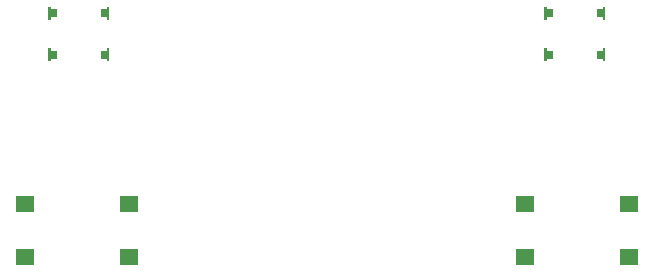
<source format=gbr>
%TF.GenerationSoftware,KiCad,Pcbnew,(5.1.10)-1*%
%TF.CreationDate,2022-06-08T22:38:54-05:00*%
%TF.ProjectId,GBOYBackController,47424f59-4261-4636-9b43-6f6e74726f6c,rev?*%
%TF.SameCoordinates,Original*%
%TF.FileFunction,Paste,Bot*%
%TF.FilePolarity,Positive*%
%FSLAX46Y46*%
G04 Gerber Fmt 4.6, Leading zero omitted, Abs format (unit mm)*
G04 Created by KiCad (PCBNEW (5.1.10)-1) date 2022-06-08 22:38:54*
%MOMM*%
%LPD*%
G01*
G04 APERTURE LIST*
%ADD10R,1.600000X1.400000*%
%ADD11C,0.100000*%
G04 APERTURE END LIST*
D10*
%TO.C,SW4*%
X166000000Y-97500000D03*
X174800000Y-97500000D03*
X166000000Y-102000000D03*
X174800000Y-102000000D03*
%TD*%
%TO.C,SW2*%
X123700000Y-97500000D03*
X132500000Y-97500000D03*
X123700000Y-102000000D03*
X132500000Y-102000000D03*
%TD*%
D11*
%TO.C,U1*%
G36*
X130624902Y-81900490D02*
G01*
X130624809Y-81900462D01*
X130624722Y-81900416D01*
X130624646Y-81900354D01*
X130624584Y-81900278D01*
X130624538Y-81900191D01*
X130624510Y-81900098D01*
X130624500Y-81900000D01*
X130624500Y-81700000D01*
X130125000Y-81700000D01*
X130125000Y-81000000D01*
X130624500Y-81000000D01*
X130624500Y-80800000D01*
X130624510Y-80799902D01*
X130624538Y-80799809D01*
X130624584Y-80799722D01*
X130624646Y-80799646D01*
X130624722Y-80799584D01*
X130624809Y-80799538D01*
X130624902Y-80799510D01*
X130625000Y-80799500D01*
X130825000Y-80799500D01*
X130825098Y-80799510D01*
X130825191Y-80799538D01*
X130825278Y-80799584D01*
X130825354Y-80799646D01*
X130825416Y-80799722D01*
X130825462Y-80799809D01*
X130825490Y-80799902D01*
X130825500Y-80800000D01*
X130825500Y-81900000D01*
X130825490Y-81900098D01*
X130825462Y-81900191D01*
X130825416Y-81900278D01*
X130825354Y-81900354D01*
X130825278Y-81900416D01*
X130825191Y-81900462D01*
X130825098Y-81900490D01*
X130825000Y-81900500D01*
X130625000Y-81900500D01*
X130624902Y-81900490D01*
G37*
G36*
X130624902Y-85400490D02*
G01*
X130624809Y-85400462D01*
X130624722Y-85400416D01*
X130624646Y-85400354D01*
X130624584Y-85400278D01*
X130624538Y-85400191D01*
X130624510Y-85400098D01*
X130624500Y-85400000D01*
X130624500Y-85200000D01*
X130125000Y-85200000D01*
X130125000Y-84500000D01*
X130624500Y-84500000D01*
X130624500Y-84300000D01*
X130624510Y-84299902D01*
X130624538Y-84299809D01*
X130624584Y-84299722D01*
X130624646Y-84299646D01*
X130624722Y-84299584D01*
X130624809Y-84299538D01*
X130624902Y-84299510D01*
X130625000Y-84299500D01*
X130825000Y-84299500D01*
X130825098Y-84299510D01*
X130825191Y-84299538D01*
X130825278Y-84299584D01*
X130825354Y-84299646D01*
X130825416Y-84299722D01*
X130825462Y-84299809D01*
X130825490Y-84299902D01*
X130825500Y-84300000D01*
X130825500Y-85400000D01*
X130825490Y-85400098D01*
X130825462Y-85400191D01*
X130825416Y-85400278D01*
X130825354Y-85400354D01*
X130825278Y-85400416D01*
X130825191Y-85400462D01*
X130825098Y-85400490D01*
X130825000Y-85400500D01*
X130625000Y-85400500D01*
X130624902Y-85400490D01*
G37*
G36*
X125875098Y-84299510D02*
G01*
X125875191Y-84299538D01*
X125875278Y-84299584D01*
X125875354Y-84299646D01*
X125875416Y-84299722D01*
X125875462Y-84299809D01*
X125875490Y-84299902D01*
X125875500Y-84300000D01*
X125875500Y-84500000D01*
X126375000Y-84500000D01*
X126375000Y-85200000D01*
X125875500Y-85200000D01*
X125875500Y-85400000D01*
X125875490Y-85400098D01*
X125875462Y-85400191D01*
X125875416Y-85400278D01*
X125875354Y-85400354D01*
X125875278Y-85400416D01*
X125875191Y-85400462D01*
X125875098Y-85400490D01*
X125875000Y-85400500D01*
X125675000Y-85400500D01*
X125674902Y-85400490D01*
X125674809Y-85400462D01*
X125674722Y-85400416D01*
X125674646Y-85400354D01*
X125674584Y-85400278D01*
X125674538Y-85400191D01*
X125674510Y-85400098D01*
X125674500Y-85400000D01*
X125674500Y-84300000D01*
X125674510Y-84299902D01*
X125674538Y-84299809D01*
X125674584Y-84299722D01*
X125674646Y-84299646D01*
X125674722Y-84299584D01*
X125674809Y-84299538D01*
X125674902Y-84299510D01*
X125675000Y-84299500D01*
X125875000Y-84299500D01*
X125875098Y-84299510D01*
G37*
G36*
X125875098Y-80799510D02*
G01*
X125875191Y-80799538D01*
X125875278Y-80799584D01*
X125875354Y-80799646D01*
X125875416Y-80799722D01*
X125875462Y-80799809D01*
X125875490Y-80799902D01*
X125875500Y-80800000D01*
X125875500Y-81000000D01*
X126375000Y-81000000D01*
X126375000Y-81700000D01*
X125875500Y-81700000D01*
X125875500Y-81900000D01*
X125875490Y-81900098D01*
X125875462Y-81900191D01*
X125875416Y-81900278D01*
X125875354Y-81900354D01*
X125875278Y-81900416D01*
X125875191Y-81900462D01*
X125875098Y-81900490D01*
X125875000Y-81900500D01*
X125675000Y-81900500D01*
X125674902Y-81900490D01*
X125674809Y-81900462D01*
X125674722Y-81900416D01*
X125674646Y-81900354D01*
X125674584Y-81900278D01*
X125674538Y-81900191D01*
X125674510Y-81900098D01*
X125674500Y-81900000D01*
X125674500Y-80800000D01*
X125674510Y-80799902D01*
X125674538Y-80799809D01*
X125674584Y-80799722D01*
X125674646Y-80799646D01*
X125674722Y-80799584D01*
X125674809Y-80799538D01*
X125674902Y-80799510D01*
X125675000Y-80799500D01*
X125875000Y-80799500D01*
X125875098Y-80799510D01*
G37*
%TD*%
%TO.C,U2*%
G36*
X172624902Y-81900490D02*
G01*
X172624809Y-81900462D01*
X172624722Y-81900416D01*
X172624646Y-81900354D01*
X172624584Y-81900278D01*
X172624538Y-81900191D01*
X172624510Y-81900098D01*
X172624500Y-81900000D01*
X172624500Y-81700000D01*
X172125000Y-81700000D01*
X172125000Y-81000000D01*
X172624500Y-81000000D01*
X172624500Y-80800000D01*
X172624510Y-80799902D01*
X172624538Y-80799809D01*
X172624584Y-80799722D01*
X172624646Y-80799646D01*
X172624722Y-80799584D01*
X172624809Y-80799538D01*
X172624902Y-80799510D01*
X172625000Y-80799500D01*
X172825000Y-80799500D01*
X172825098Y-80799510D01*
X172825191Y-80799538D01*
X172825278Y-80799584D01*
X172825354Y-80799646D01*
X172825416Y-80799722D01*
X172825462Y-80799809D01*
X172825490Y-80799902D01*
X172825500Y-80800000D01*
X172825500Y-81900000D01*
X172825490Y-81900098D01*
X172825462Y-81900191D01*
X172825416Y-81900278D01*
X172825354Y-81900354D01*
X172825278Y-81900416D01*
X172825191Y-81900462D01*
X172825098Y-81900490D01*
X172825000Y-81900500D01*
X172625000Y-81900500D01*
X172624902Y-81900490D01*
G37*
G36*
X172624902Y-85400490D02*
G01*
X172624809Y-85400462D01*
X172624722Y-85400416D01*
X172624646Y-85400354D01*
X172624584Y-85400278D01*
X172624538Y-85400191D01*
X172624510Y-85400098D01*
X172624500Y-85400000D01*
X172624500Y-85200000D01*
X172125000Y-85200000D01*
X172125000Y-84500000D01*
X172624500Y-84500000D01*
X172624500Y-84300000D01*
X172624510Y-84299902D01*
X172624538Y-84299809D01*
X172624584Y-84299722D01*
X172624646Y-84299646D01*
X172624722Y-84299584D01*
X172624809Y-84299538D01*
X172624902Y-84299510D01*
X172625000Y-84299500D01*
X172825000Y-84299500D01*
X172825098Y-84299510D01*
X172825191Y-84299538D01*
X172825278Y-84299584D01*
X172825354Y-84299646D01*
X172825416Y-84299722D01*
X172825462Y-84299809D01*
X172825490Y-84299902D01*
X172825500Y-84300000D01*
X172825500Y-85400000D01*
X172825490Y-85400098D01*
X172825462Y-85400191D01*
X172825416Y-85400278D01*
X172825354Y-85400354D01*
X172825278Y-85400416D01*
X172825191Y-85400462D01*
X172825098Y-85400490D01*
X172825000Y-85400500D01*
X172625000Y-85400500D01*
X172624902Y-85400490D01*
G37*
G36*
X167875098Y-84299510D02*
G01*
X167875191Y-84299538D01*
X167875278Y-84299584D01*
X167875354Y-84299646D01*
X167875416Y-84299722D01*
X167875462Y-84299809D01*
X167875490Y-84299902D01*
X167875500Y-84300000D01*
X167875500Y-84500000D01*
X168375000Y-84500000D01*
X168375000Y-85200000D01*
X167875500Y-85200000D01*
X167875500Y-85400000D01*
X167875490Y-85400098D01*
X167875462Y-85400191D01*
X167875416Y-85400278D01*
X167875354Y-85400354D01*
X167875278Y-85400416D01*
X167875191Y-85400462D01*
X167875098Y-85400490D01*
X167875000Y-85400500D01*
X167675000Y-85400500D01*
X167674902Y-85400490D01*
X167674809Y-85400462D01*
X167674722Y-85400416D01*
X167674646Y-85400354D01*
X167674584Y-85400278D01*
X167674538Y-85400191D01*
X167674510Y-85400098D01*
X167674500Y-85400000D01*
X167674500Y-84300000D01*
X167674510Y-84299902D01*
X167674538Y-84299809D01*
X167674584Y-84299722D01*
X167674646Y-84299646D01*
X167674722Y-84299584D01*
X167674809Y-84299538D01*
X167674902Y-84299510D01*
X167675000Y-84299500D01*
X167875000Y-84299500D01*
X167875098Y-84299510D01*
G37*
G36*
X167875098Y-80799510D02*
G01*
X167875191Y-80799538D01*
X167875278Y-80799584D01*
X167875354Y-80799646D01*
X167875416Y-80799722D01*
X167875462Y-80799809D01*
X167875490Y-80799902D01*
X167875500Y-80800000D01*
X167875500Y-81000000D01*
X168375000Y-81000000D01*
X168375000Y-81700000D01*
X167875500Y-81700000D01*
X167875500Y-81900000D01*
X167875490Y-81900098D01*
X167875462Y-81900191D01*
X167875416Y-81900278D01*
X167875354Y-81900354D01*
X167875278Y-81900416D01*
X167875191Y-81900462D01*
X167875098Y-81900490D01*
X167875000Y-81900500D01*
X167675000Y-81900500D01*
X167674902Y-81900490D01*
X167674809Y-81900462D01*
X167674722Y-81900416D01*
X167674646Y-81900354D01*
X167674584Y-81900278D01*
X167674538Y-81900191D01*
X167674510Y-81900098D01*
X167674500Y-81900000D01*
X167674500Y-80800000D01*
X167674510Y-80799902D01*
X167674538Y-80799809D01*
X167674584Y-80799722D01*
X167674646Y-80799646D01*
X167674722Y-80799584D01*
X167674809Y-80799538D01*
X167674902Y-80799510D01*
X167675000Y-80799500D01*
X167875000Y-80799500D01*
X167875098Y-80799510D01*
G37*
%TD*%
M02*

</source>
